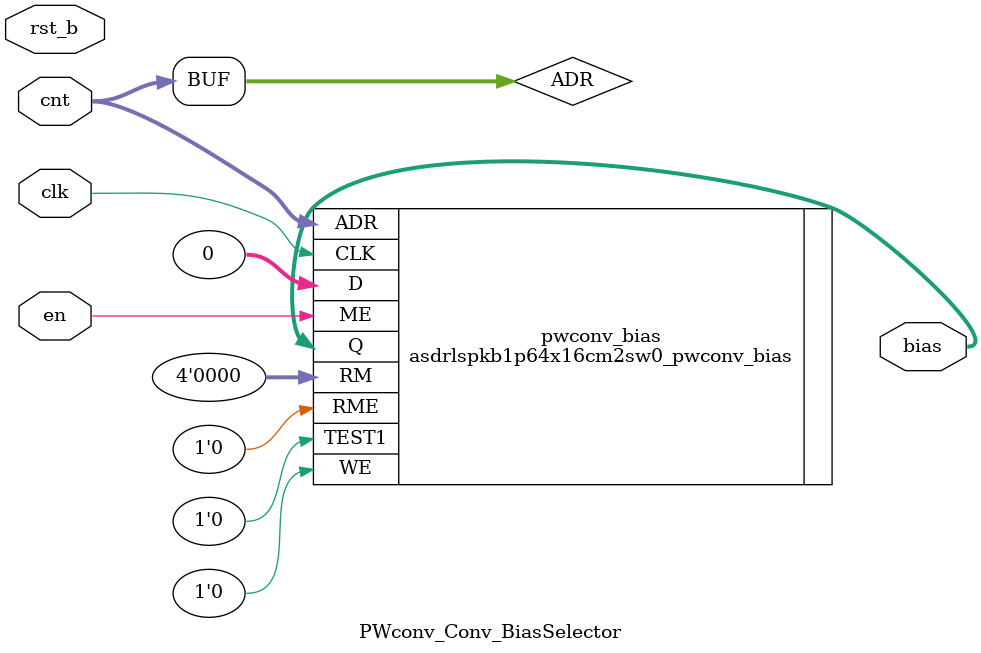
<source format=v>
module PWconv_Conv_BiasSelector (
    input clk,
    input rst_b,
    input en,
    input [4:0] cnt,
    output signed [31:0] bias
);

    wire [4:0] ADR;
    assign ADR = cnt;
    asdrlspkb1p64x16cm2sw0_pwconv_bias pwconv_bias (
        .Q(bias),
        .ADR(ADR),
        .D(32'h0),
        .WE(1'b0),
        .ME(en),
        .CLK(clk),
        .TEST1(1'b0),
        .RM(4'b0000),
        .RME(1'b0)
    );

endmodule

</source>
